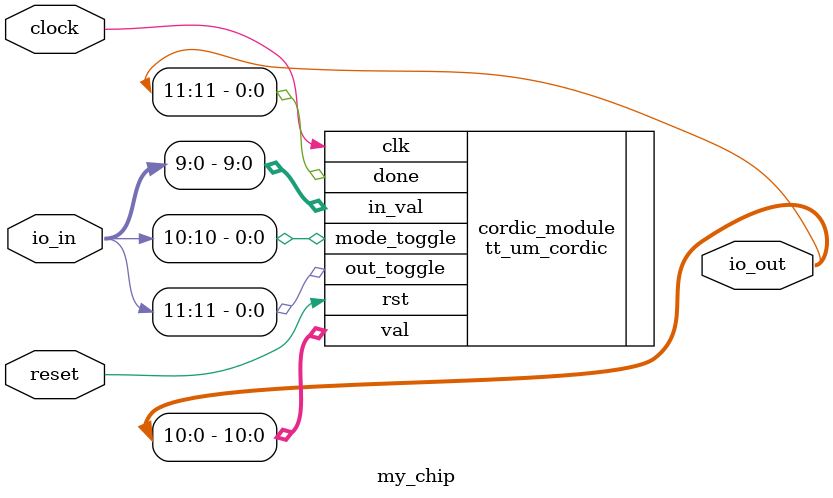
<source format=sv>
`default_nettype none

module my_chip (
    input logic [11:0] io_in, // Inputs to your chip
    output logic [11:0] io_out, // Outputs from your chip
    input logic clock,
    input logic reset // Important: Reset is ACTIVE-HIGH
);
    
    tt_um_cordic cordic_module (.clk(clock), .rst(reset), .in_val(io_in[9:0]), .mode_toggle(io_in[10]),
                                    .out_toggle(io_in[11]), .val(io_out[10:0]), .done(io_out[11]));
endmodule

</source>
